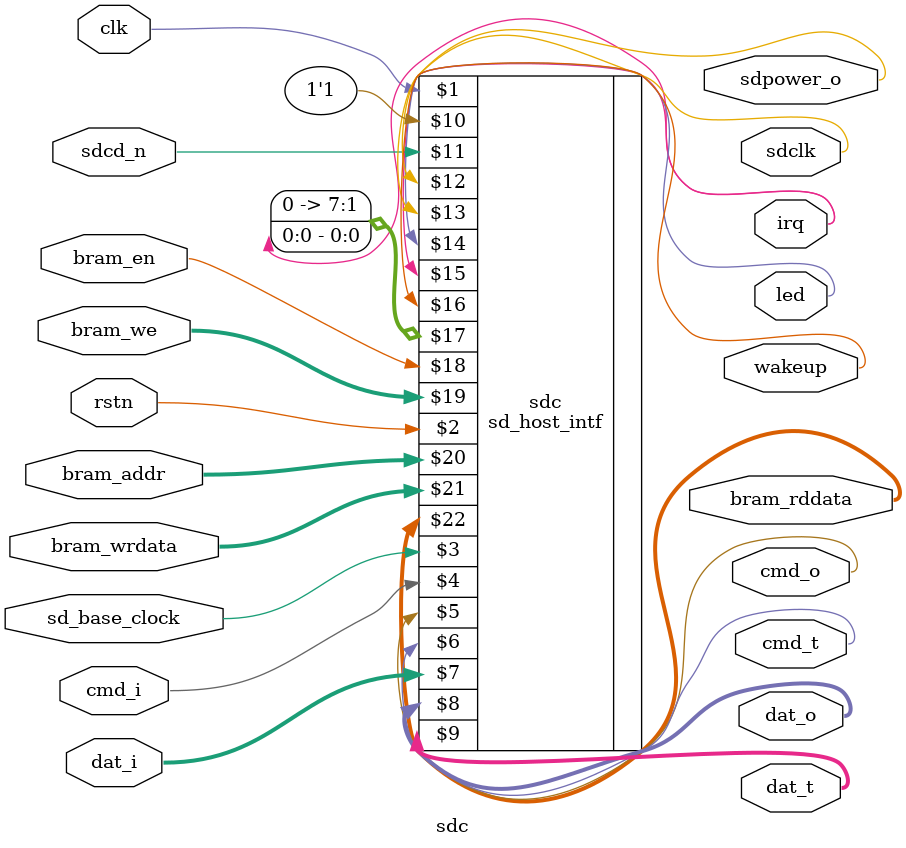
<source format=v>
module sdc #(
  // Number of cycles taken between driving cmd_o and sampling cmd_i.
  // If this value is less than 0, conflict detection will be disabled.
  parameter ConflictDetection = -1,

  // Supported voltage of this slot. Currently we only support one voltage.
  // The value corresponds to the 3-bit value in power control register.
  parameter Voltage = 3'b111,

  // Maximum current capability for the Voltage.
  // This value corresponds to the 8-bit value in maximum current capability register.
  parameter Current = 8'd0,

  // Maximum number of cycles in clk_i takes for SDCD to stablise
  // The default value is 100ms when clock is 50MHz
  parameter DebouncePeriod = 5000000,

  // SD Base Clock Frequency in MHz. This must range from 1MHz to 63MHz.
  parameter SdBaseClockFreq = 25
) (
  input wire clk,
  input wire rstn,

  input  sd_base_clock,

  input  cmd_i,
  output cmd_o,
  output cmd_t,

  input  [3:0] dat_i,
  output [3:0] dat_o,
  output [3:0] dat_t,

  input  sdcd_n,
  output sdpower_o,
  output sdclk,

  output led,

  output irq,
  output wakeup,

  // We expose the control as a 4MiB BRAM.
  (* X_INTERFACE_PARAMETER = "XIL_INTERFACENAME BRAM, MASTER_TYPE BRAM_CTRL, MEM_SIZE 4096, MEM_WIDTH 32, MEM_ECC NONE, READ_WRITE_MODE READ_WRITE, READ_LATENCY 1" *)
  (* X_INTERFACE_INFO = "xilinx.com:interface:bram:1.0 BRAM ADDR" *)
  input  wire [7:0] bram_addr,
  (* X_INTERFACE_INFO = "xilinx.com:interface:bram:1.0 BRAM EN" *)
  input  wire        bram_en,
  (* X_INTERFACE_INFO = "xilinx.com:interface:bram:1.0 BRAM WE" *)
  input  wire [3:0]  bram_we,
  (* X_INTERFACE_INFO = "xilinx.com:interface:bram:1.0 BRAM DOUT" *)
  output wire [31:0] bram_rddata,
  (* X_INTERFACE_INFO = "xilinx.com:interface:bram:1.0 BRAM DIN" *)
  input  wire [31:0] bram_wrdata
);

  sd_host_intf #(ConflictDetection, Voltage, Current, DebouncePeriod, SdBaseClockFreq) sdc (
    clk, rstn, sd_base_clock,
    cmd_i, cmd_o, cmd_t,
    dat_i, dat_o, dat_t,
    1'b1, sdcd_n, sdpower_o, sdclk,
    led, irq, wakeup, {7'd0, irq},
    bram_en, bram_we, bram_addr, bram_wrdata, bram_rddata
  );

endmodule

</source>
